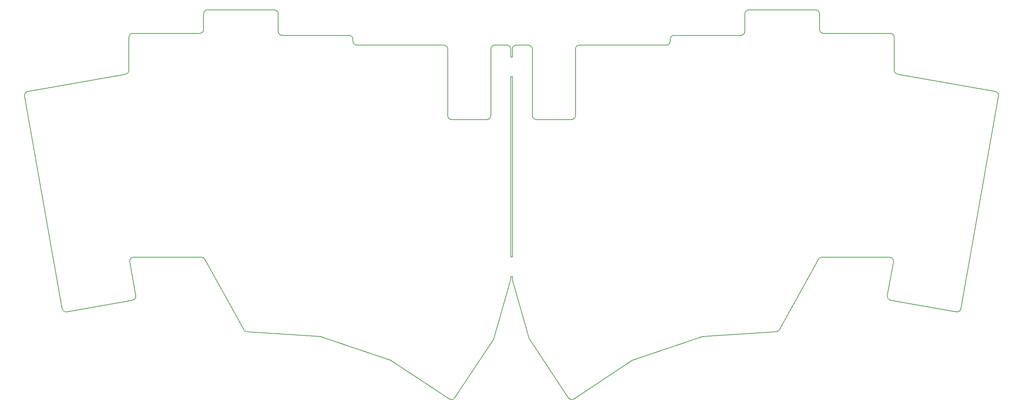
<source format=gm1>
G04 #@! TF.GenerationSoftware,KiCad,Pcbnew,6.0.5*
G04 #@! TF.CreationDate,2022-06-07T20:26:55-03:00*
G04 #@! TF.ProjectId,tenax,74656e61-782e-46b6-9963-61645f706362,rev?*
G04 #@! TF.SameCoordinates,Original*
G04 #@! TF.FileFunction,Profile,NP*
%FSLAX46Y46*%
G04 Gerber Fmt 4.6, Leading zero omitted, Abs format (unit mm)*
G04 Created by KiCad (PCBNEW 6.0.5) date 2022-06-07 20:26:55*
%MOMM*%
%LPD*%
G01*
G04 APERTURE LIST*
G04 #@! TA.AperFunction,Profile*
%ADD10C,0.150000*%
G04 #@! TD*
G04 APERTURE END LIST*
D10*
X27373200Y-73047902D02*
X36949898Y-127360102D01*
X156873999Y-61054002D02*
G75*
G03*
X155874000Y-60054001I-999999J2D01*
G01*
X151373998Y-61054002D02*
X151373998Y-63054002D01*
X192023999Y-59054001D02*
X192023999Y-58554002D01*
X151374000Y-114154001D02*
X151574000Y-114154001D01*
X92073999Y-52054002D02*
X92074000Y-56554003D01*
X151573998Y-63054001D02*
X151773999Y-63054002D01*
X73309310Y-114720262D02*
G75*
G03*
X72434099Y-114204003I-875210J-483738D01*
G01*
X120751242Y-140549201D02*
X135693099Y-150439000D01*
X156192699Y-135235603D02*
X166069099Y-150157101D01*
X151373998Y-63054002D02*
X151573998Y-63054001D01*
X231124000Y-57054001D02*
X248173999Y-57054002D01*
X120751237Y-140549214D02*
G75*
G03*
X120516608Y-140434777I-551937J-833886D01*
G01*
X54180899Y-115377650D02*
X55710498Y-124052103D01*
X102700703Y-134473672D02*
G75*
G03*
X102444448Y-134423866I-317303J-948428D01*
G01*
X135274000Y-61054002D02*
X135273999Y-78054001D01*
X230123999Y-56054001D02*
X230124000Y-52054001D01*
X135693062Y-150439087D02*
G75*
G03*
X137078886Y-150157139I551938J833887D01*
G01*
X120516608Y-140434800D02*
X102700699Y-134473701D01*
X146955284Y-135235538D02*
G75*
G03*
X147083095Y-134957719I-833884J551938D01*
G01*
X151573999Y-119154001D02*
X151374002Y-119154002D01*
X151773998Y-119764001D02*
G75*
G03*
X151812302Y-120038120I1000002J1D01*
G01*
X92073999Y-52054002D02*
G75*
G03*
X91073999Y-51054001I-999999J2D01*
G01*
X166874000Y-79054000D02*
X157873999Y-79054001D01*
X248967005Y-115377650D02*
G75*
G03*
X247982200Y-114204002I-984805J173650D01*
G01*
X200447298Y-134473701D02*
X182631390Y-140434801D01*
X151773998Y-119764001D02*
X151774000Y-119754002D01*
X102444496Y-134423901D02*
X84109799Y-133302501D01*
X111123999Y-59054000D02*
G75*
G03*
X112123999Y-60054001I1000001J0D01*
G01*
X74023999Y-51054002D02*
X91073999Y-51054001D01*
X54899298Y-125210502D02*
X38108398Y-128171202D01*
X191024000Y-60054000D02*
X172973999Y-60054001D01*
X83295688Y-132788143D02*
G75*
G03*
X84109852Y-133302537I875212J483743D01*
G01*
X111123998Y-58554002D02*
G75*
G03*
X110123999Y-57554002I-999998J2D01*
G01*
X135273999Y-78054001D02*
G75*
G03*
X136274000Y-79054001I1000001J1D01*
G01*
X191024000Y-60053999D02*
G75*
G03*
X192023999Y-59054001I0J999999D01*
G01*
X151373999Y-119754002D02*
X151374002Y-119154002D01*
X150373999Y-60054000D02*
X147273999Y-60054000D01*
X54974000Y-57054001D02*
X72023998Y-57054002D01*
X166069115Y-150157138D02*
G75*
G03*
X167454935Y-150439087I833885J551938D01*
G01*
X92073999Y-56554003D02*
G75*
G03*
X93073998Y-57554001I1000001J3D01*
G01*
X200703551Y-134423859D02*
G75*
G03*
X200447294Y-134473676I61149J-998541D01*
G01*
X193023999Y-57554001D02*
X210073997Y-57554001D01*
X168873999Y-60053999D02*
G75*
G03*
X167873999Y-61054003I1J-1000001D01*
G01*
X151773999Y-68054001D02*
X151774000Y-114154002D01*
X230713900Y-114204001D02*
G75*
G03*
X229838689Y-114720261I0J-999999D01*
G01*
X74023999Y-51053999D02*
G75*
G03*
X73023999Y-52054001I1J-1000001D01*
G01*
X156873999Y-78054000D02*
X156873998Y-61054002D01*
X219038198Y-133302502D02*
X200703497Y-134423901D01*
X130173997Y-60054002D02*
X134274000Y-60054002D01*
X151773999Y-68054001D02*
X151573999Y-68054002D01*
X167874000Y-78054001D02*
X167873999Y-61054003D01*
X54974000Y-57053999D02*
G75*
G03*
X53973999Y-58054001I0J-1000001D01*
G01*
X249173998Y-58054000D02*
G75*
G03*
X248173999Y-57054002I-999998J0D01*
G01*
X247437501Y-124052101D02*
X248967099Y-115377651D01*
X28184351Y-71889491D02*
G75*
G03*
X27373191Y-73047949I173649J-984809D01*
G01*
X151773999Y-119153999D02*
X151573999Y-119154001D01*
X211074000Y-56554003D02*
X211074000Y-52053999D01*
X151373999Y-119754002D02*
X151373999Y-119764002D01*
X212073999Y-51054002D02*
X229123999Y-51054000D01*
X249173999Y-66503001D02*
X249173998Y-58054000D01*
X152773999Y-60053998D02*
G75*
G03*
X151773998Y-61054000I1J-1000002D01*
G01*
X55165800Y-114203999D02*
G75*
G03*
X54180991Y-115377649I0J-1000001D01*
G01*
X146273998Y-61054001D02*
X146273999Y-78054001D01*
X249174000Y-66503001D02*
G75*
G03*
X250000352Y-67487808I1000000J1D01*
G01*
X230123999Y-56054001D02*
G75*
G03*
X231124000Y-57054001I1000001J1D01*
G01*
X36949890Y-127360049D02*
G75*
G03*
X38108347Y-128171210I984810J173649D01*
G01*
X147273999Y-60053998D02*
G75*
G03*
X146273998Y-61054001I1J-1000002D01*
G01*
X230124000Y-52054001D02*
G75*
G03*
X229123999Y-51054000I-1000000J1D01*
G01*
X53973999Y-58054001D02*
X53973999Y-66503002D01*
X167454898Y-150439002D02*
X182396757Y-140549202D01*
X130173997Y-60054002D02*
X112123999Y-60054001D01*
X151573999Y-68054002D02*
X151373998Y-68054002D01*
X151335694Y-120038120D02*
G75*
G03*
X151373999Y-119764002I-961694J274120D01*
G01*
X156064902Y-134957720D02*
G75*
G03*
X156192713Y-135235538I961698J274120D01*
G01*
X28184398Y-71889502D02*
X53147600Y-67487800D01*
X53147649Y-67487807D02*
G75*
G03*
X53973999Y-66503002I-173649J984807D01*
G01*
X156873999Y-78054000D02*
G75*
G03*
X157873999Y-79054001I1000001J0D01*
G01*
X265039652Y-128171209D02*
G75*
G03*
X266198108Y-127360050I173648J984809D01*
G01*
X210073997Y-57554000D02*
G75*
G03*
X211074000Y-56554003I3J1000000D01*
G01*
X250000398Y-67487801D02*
X274963598Y-71889501D01*
X247982200Y-114204002D02*
X230713900Y-114204001D01*
X275774807Y-73047949D02*
G75*
G03*
X274963647Y-71889493I-984807J173649D01*
G01*
X54899348Y-125210506D02*
G75*
G03*
X55710506Y-124052053I-173648J984806D01*
G01*
X212073999Y-51054000D02*
G75*
G03*
X211074000Y-52053999I1J-1000000D01*
G01*
X145273999Y-79053999D02*
G75*
G03*
X146273999Y-78054001I1J999999D01*
G01*
X265039598Y-128171201D02*
X248248699Y-125210500D01*
X151773999Y-119153999D02*
X151774000Y-119754002D01*
X137078897Y-150157101D02*
X146955300Y-135235601D01*
X266198100Y-127360102D02*
X275774799Y-73047901D01*
X156064900Y-134957801D02*
X151812298Y-120038101D01*
X247437492Y-124052052D02*
G75*
G03*
X248248651Y-125210508I984808J-173648D01*
G01*
X151574000Y-114154001D02*
X151774000Y-114154002D01*
X135273998Y-61054002D02*
G75*
G03*
X134274000Y-60054002I-999998J2D01*
G01*
X219038148Y-133302535D02*
G75*
G03*
X219852309Y-132788144I-61048J998135D01*
G01*
X73023999Y-52054001D02*
X73024000Y-56054001D01*
X111123998Y-58554002D02*
X111123999Y-59054000D01*
X151374000Y-61054002D02*
G75*
G03*
X150373999Y-60054000I-1000000J2D01*
G01*
X72434099Y-114204003D02*
X55165800Y-114204001D01*
X151335699Y-120038100D02*
X147083100Y-134957803D01*
X166874000Y-79054000D02*
G75*
G03*
X167874000Y-78054001I0J1000000D01*
G01*
X168873999Y-60054000D02*
X172973999Y-60054001D01*
X219852299Y-132788102D02*
X229838700Y-114720262D01*
X145273999Y-79053999D02*
X136274000Y-79054001D01*
X151374000Y-114154001D02*
X151373998Y-68054002D01*
X73309298Y-114720260D02*
X83295699Y-132788100D01*
X193023999Y-57553999D02*
G75*
G03*
X192023999Y-58554002I1J-1000001D01*
G01*
X93073998Y-57554001D02*
X110123999Y-57554002D01*
X155874000Y-60054001D02*
X152773999Y-60054001D01*
X151773999Y-63054002D02*
X151773998Y-61054000D01*
X72023998Y-57054000D02*
G75*
G03*
X73024000Y-56054001I2J1000000D01*
G01*
X182631386Y-140434765D02*
G75*
G03*
X182396758Y-140549215I317314J-948235D01*
G01*
M02*

</source>
